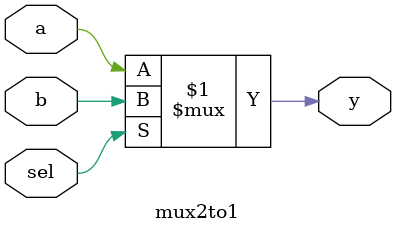
<source format=v>
module mux2to1 (
    input wire a,       
    input wire b,        
    input wire sel,      
    output wire y        
);
    assign y = sel ? b : a;
endmodule


</source>
